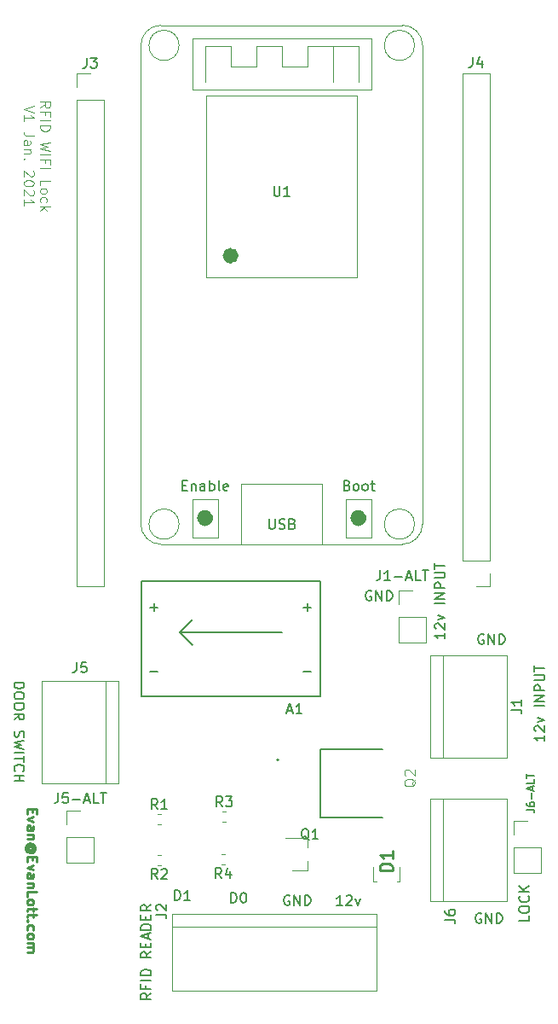
<source format=gbr>
%TF.GenerationSoftware,KiCad,Pcbnew,(5.1.6)-1*%
%TF.CreationDate,2021-01-28T02:18:39-06:00*%
%TF.ProjectId,tool_checkout_cabinet_modules,746f6f6c-5f63-4686-9563-6b6f75745f63,rev?*%
%TF.SameCoordinates,Original*%
%TF.FileFunction,Legend,Top*%
%TF.FilePolarity,Positive*%
%FSLAX46Y46*%
G04 Gerber Fmt 4.6, Leading zero omitted, Abs format (unit mm)*
G04 Created by KiCad (PCBNEW (5.1.6)-1) date 2021-01-28 02:18:39*
%MOMM*%
%LPD*%
G01*
G04 APERTURE LIST*
%ADD10C,0.250000*%
%ADD11C,0.125000*%
%ADD12C,0.150000*%
%ADD13C,0.120000*%
%ADD14C,0.127000*%
%ADD15C,0.200000*%
%ADD16C,1.000000*%
%ADD17C,0.800000*%
%ADD18C,0.100000*%
%ADD19C,0.015000*%
%ADD20C,0.254000*%
G04 APERTURE END LIST*
D10*
X163393428Y-127524761D02*
X163393428Y-127858095D01*
X162869619Y-128000952D02*
X162869619Y-127524761D01*
X163869619Y-127524761D01*
X163869619Y-128000952D01*
X163536285Y-128334285D02*
X162869619Y-128572380D01*
X163536285Y-128810476D01*
X162869619Y-129620000D02*
X163393428Y-129620000D01*
X163488666Y-129572380D01*
X163536285Y-129477142D01*
X163536285Y-129286666D01*
X163488666Y-129191428D01*
X162917238Y-129620000D02*
X162869619Y-129524761D01*
X162869619Y-129286666D01*
X162917238Y-129191428D01*
X163012476Y-129143809D01*
X163107714Y-129143809D01*
X163202952Y-129191428D01*
X163250571Y-129286666D01*
X163250571Y-129524761D01*
X163298190Y-129620000D01*
X163536285Y-130096190D02*
X162869619Y-130096190D01*
X163441047Y-130096190D02*
X163488666Y-130143809D01*
X163536285Y-130239047D01*
X163536285Y-130381904D01*
X163488666Y-130477142D01*
X163393428Y-130524761D01*
X162869619Y-130524761D01*
X163345809Y-131620000D02*
X163393428Y-131572380D01*
X163441047Y-131477142D01*
X163441047Y-131381904D01*
X163393428Y-131286666D01*
X163345809Y-131239047D01*
X163250571Y-131191428D01*
X163155333Y-131191428D01*
X163060095Y-131239047D01*
X163012476Y-131286666D01*
X162964857Y-131381904D01*
X162964857Y-131477142D01*
X163012476Y-131572380D01*
X163060095Y-131620000D01*
X163441047Y-131620000D02*
X163060095Y-131620000D01*
X163012476Y-131667619D01*
X163012476Y-131715238D01*
X163060095Y-131810476D01*
X163155333Y-131858095D01*
X163393428Y-131858095D01*
X163536285Y-131762857D01*
X163631523Y-131620000D01*
X163679142Y-131429523D01*
X163631523Y-131239047D01*
X163536285Y-131096190D01*
X163393428Y-131000952D01*
X163202952Y-130953333D01*
X163012476Y-131000952D01*
X162869619Y-131096190D01*
X162774380Y-131239047D01*
X162726761Y-131429523D01*
X162774380Y-131620000D01*
X162869619Y-131762857D01*
X163393428Y-132286666D02*
X163393428Y-132620000D01*
X162869619Y-132762857D02*
X162869619Y-132286666D01*
X163869619Y-132286666D01*
X163869619Y-132762857D01*
X163536285Y-133096190D02*
X162869619Y-133334285D01*
X163536285Y-133572380D01*
X162869619Y-134381904D02*
X163393428Y-134381904D01*
X163488666Y-134334285D01*
X163536285Y-134239047D01*
X163536285Y-134048571D01*
X163488666Y-133953333D01*
X162917238Y-134381904D02*
X162869619Y-134286666D01*
X162869619Y-134048571D01*
X162917238Y-133953333D01*
X163012476Y-133905714D01*
X163107714Y-133905714D01*
X163202952Y-133953333D01*
X163250571Y-134048571D01*
X163250571Y-134286666D01*
X163298190Y-134381904D01*
X163536285Y-134858095D02*
X162869619Y-134858095D01*
X163441047Y-134858095D02*
X163488666Y-134905714D01*
X163536285Y-135000952D01*
X163536285Y-135143809D01*
X163488666Y-135239047D01*
X163393428Y-135286666D01*
X162869619Y-135286666D01*
X162869619Y-136239047D02*
X162869619Y-135762857D01*
X163869619Y-135762857D01*
X162869619Y-136715238D02*
X162917238Y-136620000D01*
X162964857Y-136572380D01*
X163060095Y-136524761D01*
X163345809Y-136524761D01*
X163441047Y-136572380D01*
X163488666Y-136620000D01*
X163536285Y-136715238D01*
X163536285Y-136858095D01*
X163488666Y-136953333D01*
X163441047Y-137000952D01*
X163345809Y-137048571D01*
X163060095Y-137048571D01*
X162964857Y-137000952D01*
X162917238Y-136953333D01*
X162869619Y-136858095D01*
X162869619Y-136715238D01*
X163536285Y-137334285D02*
X163536285Y-137715238D01*
X163869619Y-137477142D02*
X163012476Y-137477142D01*
X162917238Y-137524761D01*
X162869619Y-137620000D01*
X162869619Y-137715238D01*
X163536285Y-137905714D02*
X163536285Y-138286666D01*
X163869619Y-138048571D02*
X163012476Y-138048571D01*
X162917238Y-138096190D01*
X162869619Y-138191428D01*
X162869619Y-138286666D01*
X162964857Y-138620000D02*
X162917238Y-138667619D01*
X162869619Y-138620000D01*
X162917238Y-138572380D01*
X162964857Y-138620000D01*
X162869619Y-138620000D01*
X162917238Y-139524761D02*
X162869619Y-139429523D01*
X162869619Y-139239047D01*
X162917238Y-139143809D01*
X162964857Y-139096190D01*
X163060095Y-139048571D01*
X163345809Y-139048571D01*
X163441047Y-139096190D01*
X163488666Y-139143809D01*
X163536285Y-139239047D01*
X163536285Y-139429523D01*
X163488666Y-139524761D01*
X162869619Y-140096190D02*
X162917238Y-140000952D01*
X162964857Y-139953333D01*
X163060095Y-139905714D01*
X163345809Y-139905714D01*
X163441047Y-139953333D01*
X163488666Y-140000952D01*
X163536285Y-140096190D01*
X163536285Y-140239047D01*
X163488666Y-140334285D01*
X163441047Y-140381904D01*
X163345809Y-140429523D01*
X163060095Y-140429523D01*
X162964857Y-140381904D01*
X162917238Y-140334285D01*
X162869619Y-140239047D01*
X162869619Y-140096190D01*
X162869619Y-140858095D02*
X163536285Y-140858095D01*
X163441047Y-140858095D02*
X163488666Y-140905714D01*
X163536285Y-141000952D01*
X163536285Y-141143809D01*
X163488666Y-141239047D01*
X163393428Y-141286666D01*
X162869619Y-141286666D01*
X163393428Y-141286666D02*
X163488666Y-141334285D01*
X163536285Y-141429523D01*
X163536285Y-141572380D01*
X163488666Y-141667619D01*
X163393428Y-141715238D01*
X162869619Y-141715238D01*
D11*
X164190119Y-57952285D02*
X164666309Y-57618952D01*
X164190119Y-57380857D02*
X165190119Y-57380857D01*
X165190119Y-57761809D01*
X165142500Y-57857047D01*
X165094880Y-57904666D01*
X164999642Y-57952285D01*
X164856785Y-57952285D01*
X164761547Y-57904666D01*
X164713928Y-57857047D01*
X164666309Y-57761809D01*
X164666309Y-57380857D01*
X164713928Y-58714190D02*
X164713928Y-58380857D01*
X164190119Y-58380857D02*
X165190119Y-58380857D01*
X165190119Y-58857047D01*
X164190119Y-59238000D02*
X165190119Y-59238000D01*
X164190119Y-59714190D02*
X165190119Y-59714190D01*
X165190119Y-59952285D01*
X165142500Y-60095142D01*
X165047261Y-60190380D01*
X164952023Y-60238000D01*
X164761547Y-60285619D01*
X164618690Y-60285619D01*
X164428214Y-60238000D01*
X164332976Y-60190380D01*
X164237738Y-60095142D01*
X164190119Y-59952285D01*
X164190119Y-59714190D01*
X165190119Y-61380857D02*
X164190119Y-61618952D01*
X164904404Y-61809428D01*
X164190119Y-61999904D01*
X165190119Y-62238000D01*
X164190119Y-62618952D02*
X165190119Y-62618952D01*
X164713928Y-63428476D02*
X164713928Y-63095142D01*
X164190119Y-63095142D02*
X165190119Y-63095142D01*
X165190119Y-63571333D01*
X164190119Y-63952285D02*
X165190119Y-63952285D01*
X164190119Y-65666571D02*
X164190119Y-65190380D01*
X165190119Y-65190380D01*
X164190119Y-66142761D02*
X164237738Y-66047523D01*
X164285357Y-65999904D01*
X164380595Y-65952285D01*
X164666309Y-65952285D01*
X164761547Y-65999904D01*
X164809166Y-66047523D01*
X164856785Y-66142761D01*
X164856785Y-66285619D01*
X164809166Y-66380857D01*
X164761547Y-66428476D01*
X164666309Y-66476095D01*
X164380595Y-66476095D01*
X164285357Y-66428476D01*
X164237738Y-66380857D01*
X164190119Y-66285619D01*
X164190119Y-66142761D01*
X164237738Y-67333238D02*
X164190119Y-67238000D01*
X164190119Y-67047523D01*
X164237738Y-66952285D01*
X164285357Y-66904666D01*
X164380595Y-66857047D01*
X164666309Y-66857047D01*
X164761547Y-66904666D01*
X164809166Y-66952285D01*
X164856785Y-67047523D01*
X164856785Y-67238000D01*
X164809166Y-67333238D01*
X164190119Y-67761809D02*
X165190119Y-67761809D01*
X164571071Y-67857047D02*
X164190119Y-68142761D01*
X164856785Y-68142761D02*
X164475833Y-67761809D01*
X163565119Y-57738000D02*
X162565119Y-58071333D01*
X163565119Y-58404666D01*
X162565119Y-59261809D02*
X162565119Y-58690380D01*
X162565119Y-58976095D02*
X163565119Y-58976095D01*
X163422261Y-58880857D01*
X163327023Y-58785619D01*
X163279404Y-58690380D01*
X163565119Y-60738000D02*
X162850833Y-60738000D01*
X162707976Y-60690380D01*
X162612738Y-60595142D01*
X162565119Y-60452285D01*
X162565119Y-60357047D01*
X162565119Y-61642761D02*
X163088928Y-61642761D01*
X163184166Y-61595142D01*
X163231785Y-61499904D01*
X163231785Y-61309428D01*
X163184166Y-61214190D01*
X162612738Y-61642761D02*
X162565119Y-61547523D01*
X162565119Y-61309428D01*
X162612738Y-61214190D01*
X162707976Y-61166571D01*
X162803214Y-61166571D01*
X162898452Y-61214190D01*
X162946071Y-61309428D01*
X162946071Y-61547523D01*
X162993690Y-61642761D01*
X163231785Y-62118952D02*
X162565119Y-62118952D01*
X163136547Y-62118952D02*
X163184166Y-62166571D01*
X163231785Y-62261809D01*
X163231785Y-62404666D01*
X163184166Y-62499904D01*
X163088928Y-62547523D01*
X162565119Y-62547523D01*
X162660357Y-63023714D02*
X162612738Y-63071333D01*
X162565119Y-63023714D01*
X162612738Y-62976095D01*
X162660357Y-63023714D01*
X162565119Y-63023714D01*
X163469880Y-64214190D02*
X163517500Y-64261809D01*
X163565119Y-64357047D01*
X163565119Y-64595142D01*
X163517500Y-64690380D01*
X163469880Y-64738000D01*
X163374642Y-64785619D01*
X163279404Y-64785619D01*
X163136547Y-64738000D01*
X162565119Y-64166571D01*
X162565119Y-64785619D01*
X163565119Y-65404666D02*
X163565119Y-65499904D01*
X163517500Y-65595142D01*
X163469880Y-65642761D01*
X163374642Y-65690380D01*
X163184166Y-65738000D01*
X162946071Y-65738000D01*
X162755595Y-65690380D01*
X162660357Y-65642761D01*
X162612738Y-65595142D01*
X162565119Y-65499904D01*
X162565119Y-65404666D01*
X162612738Y-65309428D01*
X162660357Y-65261809D01*
X162755595Y-65214190D01*
X162946071Y-65166571D01*
X163184166Y-65166571D01*
X163374642Y-65214190D01*
X163469880Y-65261809D01*
X163517500Y-65309428D01*
X163565119Y-65404666D01*
X163469880Y-66118952D02*
X163517500Y-66166571D01*
X163565119Y-66261809D01*
X163565119Y-66499904D01*
X163517500Y-66595142D01*
X163469880Y-66642761D01*
X163374642Y-66690380D01*
X163279404Y-66690380D01*
X163136547Y-66642761D01*
X162565119Y-66071333D01*
X162565119Y-66690380D01*
X162565119Y-67642761D02*
X162565119Y-67071333D01*
X162565119Y-67357047D02*
X163565119Y-67357047D01*
X163422261Y-67261809D01*
X163327023Y-67166571D01*
X163279404Y-67071333D01*
D12*
X197104095Y-105926000D02*
X197008857Y-105878380D01*
X196866000Y-105878380D01*
X196723142Y-105926000D01*
X196627904Y-106021238D01*
X196580285Y-106116476D01*
X196532666Y-106306952D01*
X196532666Y-106449809D01*
X196580285Y-106640285D01*
X196627904Y-106735523D01*
X196723142Y-106830761D01*
X196866000Y-106878380D01*
X196961238Y-106878380D01*
X197104095Y-106830761D01*
X197151714Y-106783142D01*
X197151714Y-106449809D01*
X196961238Y-106449809D01*
X197580285Y-106878380D02*
X197580285Y-105878380D01*
X198151714Y-106878380D01*
X198151714Y-105878380D01*
X198627904Y-106878380D02*
X198627904Y-105878380D01*
X198866000Y-105878380D01*
X199008857Y-105926000D01*
X199104095Y-106021238D01*
X199151714Y-106116476D01*
X199199333Y-106306952D01*
X199199333Y-106449809D01*
X199151714Y-106640285D01*
X199104095Y-106735523D01*
X199008857Y-106830761D01*
X198866000Y-106878380D01*
X198627904Y-106878380D01*
X204414380Y-110053047D02*
X204414380Y-110624476D01*
X204414380Y-110338761D02*
X203414380Y-110338761D01*
X203557238Y-110434000D01*
X203652476Y-110529238D01*
X203700095Y-110624476D01*
X203509619Y-109672095D02*
X203462000Y-109624476D01*
X203414380Y-109529238D01*
X203414380Y-109291142D01*
X203462000Y-109195904D01*
X203509619Y-109148285D01*
X203604857Y-109100666D01*
X203700095Y-109100666D01*
X203842952Y-109148285D01*
X204414380Y-109719714D01*
X204414380Y-109100666D01*
X203747714Y-108767333D02*
X204414380Y-108529238D01*
X203747714Y-108291142D01*
X204414380Y-107148285D02*
X203414380Y-107148285D01*
X204414380Y-106672095D02*
X203414380Y-106672095D01*
X204414380Y-106100666D01*
X203414380Y-106100666D01*
X204414380Y-105624476D02*
X203414380Y-105624476D01*
X203414380Y-105243523D01*
X203462000Y-105148285D01*
X203509619Y-105100666D01*
X203604857Y-105053047D01*
X203747714Y-105053047D01*
X203842952Y-105100666D01*
X203890571Y-105148285D01*
X203938190Y-105243523D01*
X203938190Y-105624476D01*
X203414380Y-104624476D02*
X204223904Y-104624476D01*
X204319142Y-104576857D01*
X204366761Y-104529238D01*
X204414380Y-104434000D01*
X204414380Y-104243523D01*
X204366761Y-104148285D01*
X204319142Y-104100666D01*
X204223904Y-104053047D01*
X203414380Y-104053047D01*
X203414380Y-103719714D02*
X203414380Y-103148285D01*
X204414380Y-103434000D02*
X203414380Y-103434000D01*
X208026095Y-137930000D02*
X207930857Y-137882380D01*
X207788000Y-137882380D01*
X207645142Y-137930000D01*
X207549904Y-138025238D01*
X207502285Y-138120476D01*
X207454666Y-138310952D01*
X207454666Y-138453809D01*
X207502285Y-138644285D01*
X207549904Y-138739523D01*
X207645142Y-138834761D01*
X207788000Y-138882380D01*
X207883238Y-138882380D01*
X208026095Y-138834761D01*
X208073714Y-138787142D01*
X208073714Y-138453809D01*
X207883238Y-138453809D01*
X208502285Y-138882380D02*
X208502285Y-137882380D01*
X209073714Y-138882380D01*
X209073714Y-137882380D01*
X209549904Y-138882380D02*
X209549904Y-137882380D01*
X209788000Y-137882380D01*
X209930857Y-137930000D01*
X210026095Y-138025238D01*
X210073714Y-138120476D01*
X210121333Y-138310952D01*
X210121333Y-138453809D01*
X210073714Y-138644285D01*
X210026095Y-138739523D01*
X209930857Y-138834761D01*
X209788000Y-138882380D01*
X209549904Y-138882380D01*
X212796380Y-138120285D02*
X212796380Y-138596476D01*
X211796380Y-138596476D01*
X211796380Y-137596476D02*
X211796380Y-137406000D01*
X211844000Y-137310761D01*
X211939238Y-137215523D01*
X212129714Y-137167904D01*
X212463047Y-137167904D01*
X212653523Y-137215523D01*
X212748761Y-137310761D01*
X212796380Y-137406000D01*
X212796380Y-137596476D01*
X212748761Y-137691714D01*
X212653523Y-137786952D01*
X212463047Y-137834571D01*
X212129714Y-137834571D01*
X211939238Y-137786952D01*
X211844000Y-137691714D01*
X211796380Y-137596476D01*
X212701142Y-136167904D02*
X212748761Y-136215523D01*
X212796380Y-136358380D01*
X212796380Y-136453619D01*
X212748761Y-136596476D01*
X212653523Y-136691714D01*
X212558285Y-136739333D01*
X212367809Y-136786952D01*
X212224952Y-136786952D01*
X212034476Y-136739333D01*
X211939238Y-136691714D01*
X211844000Y-136596476D01*
X211796380Y-136453619D01*
X211796380Y-136358380D01*
X211844000Y-136215523D01*
X211891619Y-136167904D01*
X212796380Y-135739333D02*
X211796380Y-135739333D01*
X212796380Y-135167904D02*
X212224952Y-135596476D01*
X211796380Y-135167904D02*
X212367809Y-135739333D01*
X214320380Y-120213047D02*
X214320380Y-120784476D01*
X214320380Y-120498761D02*
X213320380Y-120498761D01*
X213463238Y-120594000D01*
X213558476Y-120689238D01*
X213606095Y-120784476D01*
X213415619Y-119832095D02*
X213368000Y-119784476D01*
X213320380Y-119689238D01*
X213320380Y-119451142D01*
X213368000Y-119355904D01*
X213415619Y-119308285D01*
X213510857Y-119260666D01*
X213606095Y-119260666D01*
X213748952Y-119308285D01*
X214320380Y-119879714D01*
X214320380Y-119260666D01*
X213653714Y-118927333D02*
X214320380Y-118689238D01*
X213653714Y-118451142D01*
X214320380Y-117308285D02*
X213320380Y-117308285D01*
X214320380Y-116832095D02*
X213320380Y-116832095D01*
X214320380Y-116260666D01*
X213320380Y-116260666D01*
X214320380Y-115784476D02*
X213320380Y-115784476D01*
X213320380Y-115403523D01*
X213368000Y-115308285D01*
X213415619Y-115260666D01*
X213510857Y-115213047D01*
X213653714Y-115213047D01*
X213748952Y-115260666D01*
X213796571Y-115308285D01*
X213844190Y-115403523D01*
X213844190Y-115784476D01*
X213320380Y-114784476D02*
X214129904Y-114784476D01*
X214225142Y-114736857D01*
X214272761Y-114689238D01*
X214320380Y-114594000D01*
X214320380Y-114403523D01*
X214272761Y-114308285D01*
X214225142Y-114260666D01*
X214129904Y-114213047D01*
X213320380Y-114213047D01*
X213320380Y-113879714D02*
X213320380Y-113308285D01*
X214320380Y-113594000D02*
X213320380Y-113594000D01*
X161599619Y-115007047D02*
X162599619Y-115007047D01*
X162599619Y-115245142D01*
X162552000Y-115388000D01*
X162456761Y-115483238D01*
X162361523Y-115530857D01*
X162171047Y-115578476D01*
X162028190Y-115578476D01*
X161837714Y-115530857D01*
X161742476Y-115483238D01*
X161647238Y-115388000D01*
X161599619Y-115245142D01*
X161599619Y-115007047D01*
X162599619Y-116197523D02*
X162599619Y-116388000D01*
X162552000Y-116483238D01*
X162456761Y-116578476D01*
X162266285Y-116626095D01*
X161932952Y-116626095D01*
X161742476Y-116578476D01*
X161647238Y-116483238D01*
X161599619Y-116388000D01*
X161599619Y-116197523D01*
X161647238Y-116102285D01*
X161742476Y-116007047D01*
X161932952Y-115959428D01*
X162266285Y-115959428D01*
X162456761Y-116007047D01*
X162552000Y-116102285D01*
X162599619Y-116197523D01*
X162599619Y-117245142D02*
X162599619Y-117435619D01*
X162552000Y-117530857D01*
X162456761Y-117626095D01*
X162266285Y-117673714D01*
X161932952Y-117673714D01*
X161742476Y-117626095D01*
X161647238Y-117530857D01*
X161599619Y-117435619D01*
X161599619Y-117245142D01*
X161647238Y-117149904D01*
X161742476Y-117054666D01*
X161932952Y-117007047D01*
X162266285Y-117007047D01*
X162456761Y-117054666D01*
X162552000Y-117149904D01*
X162599619Y-117245142D01*
X161599619Y-118673714D02*
X162075809Y-118340380D01*
X161599619Y-118102285D02*
X162599619Y-118102285D01*
X162599619Y-118483238D01*
X162552000Y-118578476D01*
X162504380Y-118626095D01*
X162409142Y-118673714D01*
X162266285Y-118673714D01*
X162171047Y-118626095D01*
X162123428Y-118578476D01*
X162075809Y-118483238D01*
X162075809Y-118102285D01*
X161647238Y-119816571D02*
X161599619Y-119959428D01*
X161599619Y-120197523D01*
X161647238Y-120292761D01*
X161694857Y-120340380D01*
X161790095Y-120388000D01*
X161885333Y-120388000D01*
X161980571Y-120340380D01*
X162028190Y-120292761D01*
X162075809Y-120197523D01*
X162123428Y-120007047D01*
X162171047Y-119911809D01*
X162218666Y-119864190D01*
X162313904Y-119816571D01*
X162409142Y-119816571D01*
X162504380Y-119864190D01*
X162552000Y-119911809D01*
X162599619Y-120007047D01*
X162599619Y-120245142D01*
X162552000Y-120388000D01*
X162599619Y-120721333D02*
X161599619Y-120959428D01*
X162313904Y-121149904D01*
X161599619Y-121340380D01*
X162599619Y-121578476D01*
X161599619Y-121959428D02*
X162599619Y-121959428D01*
X162599619Y-122292761D02*
X162599619Y-122864190D01*
X161599619Y-122578476D02*
X162599619Y-122578476D01*
X161694857Y-123768952D02*
X161647238Y-123721333D01*
X161599619Y-123578476D01*
X161599619Y-123483238D01*
X161647238Y-123340380D01*
X161742476Y-123245142D01*
X161837714Y-123197523D01*
X162028190Y-123149904D01*
X162171047Y-123149904D01*
X162361523Y-123197523D01*
X162456761Y-123245142D01*
X162552000Y-123340380D01*
X162599619Y-123483238D01*
X162599619Y-123578476D01*
X162552000Y-123721333D01*
X162504380Y-123768952D01*
X161599619Y-124197523D02*
X162599619Y-124197523D01*
X162123428Y-124197523D02*
X162123428Y-124768952D01*
X161599619Y-124768952D02*
X162599619Y-124768952D01*
X175204380Y-145803428D02*
X174728190Y-146136761D01*
X175204380Y-146374857D02*
X174204380Y-146374857D01*
X174204380Y-145993904D01*
X174252000Y-145898666D01*
X174299619Y-145851047D01*
X174394857Y-145803428D01*
X174537714Y-145803428D01*
X174632952Y-145851047D01*
X174680571Y-145898666D01*
X174728190Y-145993904D01*
X174728190Y-146374857D01*
X174680571Y-145041523D02*
X174680571Y-145374857D01*
X175204380Y-145374857D02*
X174204380Y-145374857D01*
X174204380Y-144898666D01*
X175204380Y-144517714D02*
X174204380Y-144517714D01*
X175204380Y-144041523D02*
X174204380Y-144041523D01*
X174204380Y-143803428D01*
X174252000Y-143660571D01*
X174347238Y-143565333D01*
X174442476Y-143517714D01*
X174632952Y-143470095D01*
X174775809Y-143470095D01*
X174966285Y-143517714D01*
X175061523Y-143565333D01*
X175156761Y-143660571D01*
X175204380Y-143803428D01*
X175204380Y-144041523D01*
X175204380Y-141708190D02*
X174728190Y-142041523D01*
X175204380Y-142279619D02*
X174204380Y-142279619D01*
X174204380Y-141898666D01*
X174252000Y-141803428D01*
X174299619Y-141755809D01*
X174394857Y-141708190D01*
X174537714Y-141708190D01*
X174632952Y-141755809D01*
X174680571Y-141803428D01*
X174728190Y-141898666D01*
X174728190Y-142279619D01*
X174680571Y-141279619D02*
X174680571Y-140946285D01*
X175204380Y-140803428D02*
X175204380Y-141279619D01*
X174204380Y-141279619D01*
X174204380Y-140803428D01*
X174918666Y-140422476D02*
X174918666Y-139946285D01*
X175204380Y-140517714D02*
X174204380Y-140184380D01*
X175204380Y-139851047D01*
X175204380Y-139517714D02*
X174204380Y-139517714D01*
X174204380Y-139279619D01*
X174252000Y-139136761D01*
X174347238Y-139041523D01*
X174442476Y-138993904D01*
X174632952Y-138946285D01*
X174775809Y-138946285D01*
X174966285Y-138993904D01*
X175061523Y-139041523D01*
X175156761Y-139136761D01*
X175204380Y-139279619D01*
X175204380Y-139517714D01*
X174680571Y-138517714D02*
X174680571Y-138184380D01*
X175204380Y-138041523D02*
X175204380Y-138517714D01*
X174204380Y-138517714D01*
X174204380Y-138041523D01*
X175204380Y-137041523D02*
X174728190Y-137374857D01*
X175204380Y-137612952D02*
X174204380Y-137612952D01*
X174204380Y-137232000D01*
X174252000Y-137136761D01*
X174299619Y-137089142D01*
X174394857Y-137041523D01*
X174537714Y-137041523D01*
X174632952Y-137089142D01*
X174680571Y-137136761D01*
X174728190Y-137232000D01*
X174728190Y-137612952D01*
X177569904Y-136596380D02*
X177569904Y-135596380D01*
X177808000Y-135596380D01*
X177950857Y-135644000D01*
X178046095Y-135739238D01*
X178093714Y-135834476D01*
X178141333Y-136024952D01*
X178141333Y-136167809D01*
X178093714Y-136358285D01*
X178046095Y-136453523D01*
X177950857Y-136548761D01*
X177808000Y-136596380D01*
X177569904Y-136596380D01*
X179093714Y-136596380D02*
X178522285Y-136596380D01*
X178808000Y-136596380D02*
X178808000Y-135596380D01*
X178712761Y-135739238D01*
X178617523Y-135834476D01*
X178522285Y-135882095D01*
X183157904Y-136850380D02*
X183157904Y-135850380D01*
X183396000Y-135850380D01*
X183538857Y-135898000D01*
X183634095Y-135993238D01*
X183681714Y-136088476D01*
X183729333Y-136278952D01*
X183729333Y-136421809D01*
X183681714Y-136612285D01*
X183634095Y-136707523D01*
X183538857Y-136802761D01*
X183396000Y-136850380D01*
X183157904Y-136850380D01*
X184348380Y-135850380D02*
X184443619Y-135850380D01*
X184538857Y-135898000D01*
X184586476Y-135945619D01*
X184634095Y-136040857D01*
X184681714Y-136231333D01*
X184681714Y-136469428D01*
X184634095Y-136659904D01*
X184586476Y-136755142D01*
X184538857Y-136802761D01*
X184443619Y-136850380D01*
X184348380Y-136850380D01*
X184253142Y-136802761D01*
X184205523Y-136755142D01*
X184157904Y-136659904D01*
X184110285Y-136469428D01*
X184110285Y-136231333D01*
X184157904Y-136040857D01*
X184205523Y-135945619D01*
X184253142Y-135898000D01*
X184348380Y-135850380D01*
X194246571Y-137104380D02*
X193675142Y-137104380D01*
X193960857Y-137104380D02*
X193960857Y-136104380D01*
X193865619Y-136247238D01*
X193770380Y-136342476D01*
X193675142Y-136390095D01*
X194627523Y-136199619D02*
X194675142Y-136152000D01*
X194770380Y-136104380D01*
X195008476Y-136104380D01*
X195103714Y-136152000D01*
X195151333Y-136199619D01*
X195198952Y-136294857D01*
X195198952Y-136390095D01*
X195151333Y-136532952D01*
X194579904Y-137104380D01*
X195198952Y-137104380D01*
X195532285Y-136437714D02*
X195770380Y-137104380D01*
X196008476Y-136437714D01*
X188976095Y-136152000D02*
X188880857Y-136104380D01*
X188738000Y-136104380D01*
X188595142Y-136152000D01*
X188499904Y-136247238D01*
X188452285Y-136342476D01*
X188404666Y-136532952D01*
X188404666Y-136675809D01*
X188452285Y-136866285D01*
X188499904Y-136961523D01*
X188595142Y-137056761D01*
X188738000Y-137104380D01*
X188833238Y-137104380D01*
X188976095Y-137056761D01*
X189023714Y-137009142D01*
X189023714Y-136675809D01*
X188833238Y-136675809D01*
X189452285Y-137104380D02*
X189452285Y-136104380D01*
X190023714Y-137104380D01*
X190023714Y-136104380D01*
X190499904Y-137104380D02*
X190499904Y-136104380D01*
X190738000Y-136104380D01*
X190880857Y-136152000D01*
X190976095Y-136247238D01*
X191023714Y-136342476D01*
X191071333Y-136532952D01*
X191071333Y-136675809D01*
X191023714Y-136866285D01*
X190976095Y-136961523D01*
X190880857Y-137056761D01*
X190738000Y-137104380D01*
X190499904Y-137104380D01*
X208280095Y-110244000D02*
X208184857Y-110196380D01*
X208042000Y-110196380D01*
X207899142Y-110244000D01*
X207803904Y-110339238D01*
X207756285Y-110434476D01*
X207708666Y-110624952D01*
X207708666Y-110767809D01*
X207756285Y-110958285D01*
X207803904Y-111053523D01*
X207899142Y-111148761D01*
X208042000Y-111196380D01*
X208137238Y-111196380D01*
X208280095Y-111148761D01*
X208327714Y-111101142D01*
X208327714Y-110767809D01*
X208137238Y-110767809D01*
X208756285Y-111196380D02*
X208756285Y-110196380D01*
X209327714Y-111196380D01*
X209327714Y-110196380D01*
X209803904Y-111196380D02*
X209803904Y-110196380D01*
X210042000Y-110196380D01*
X210184857Y-110244000D01*
X210280095Y-110339238D01*
X210327714Y-110434476D01*
X210375333Y-110624952D01*
X210375333Y-110767809D01*
X210327714Y-110958285D01*
X210280095Y-111053523D01*
X210184857Y-111148761D01*
X210042000Y-111196380D01*
X209803904Y-111196380D01*
D13*
%TO.C,J6-ALT*%
X211268000Y-133918000D02*
X213928000Y-133918000D01*
X211268000Y-131318000D02*
X211268000Y-133918000D01*
X213928000Y-131318000D02*
X213928000Y-133918000D01*
X211268000Y-131318000D02*
X213928000Y-131318000D01*
X211268000Y-130048000D02*
X211268000Y-128718000D01*
X211268000Y-128718000D02*
X212598000Y-128718000D01*
%TO.C,J1-ALT*%
X199838000Y-111058000D02*
X202498000Y-111058000D01*
X199838000Y-108458000D02*
X199838000Y-111058000D01*
X202498000Y-108458000D02*
X202498000Y-111058000D01*
X199838000Y-108458000D02*
X202498000Y-108458000D01*
X199838000Y-107188000D02*
X199838000Y-105858000D01*
X199838000Y-105858000D02*
X201168000Y-105858000D01*
%TO.C,J5-ALT*%
X166818000Y-132902000D02*
X169478000Y-132902000D01*
X166818000Y-130302000D02*
X166818000Y-132902000D01*
X169478000Y-130302000D02*
X169478000Y-132902000D01*
X166818000Y-130302000D02*
X169478000Y-130302000D01*
X166818000Y-129032000D02*
X166818000Y-127702000D01*
X166818000Y-127702000D02*
X168148000Y-127702000D01*
D14*
%TO.C,Q2*%
X192012000Y-128368000D02*
X192012000Y-121568000D01*
X198232000Y-128368000D02*
X192012000Y-128368000D01*
X198232000Y-121568000D02*
X192012000Y-121568000D01*
D15*
X187895000Y-122682000D02*
G75*
G03*
X187895000Y-122682000I-100000J0D01*
G01*
D12*
%TO.C,A1*%
X192024000Y-116332000D02*
X192024000Y-104902000D01*
X192024000Y-104902000D02*
X174244000Y-104902000D01*
X174244000Y-104902000D02*
X174244000Y-116332000D01*
X174244000Y-116332000D02*
X192024000Y-116332000D01*
X188214000Y-109982000D02*
X178054000Y-109982000D01*
X179324000Y-111252000D02*
X178054000Y-109982000D01*
X178054000Y-109982000D02*
X179324000Y-108712000D01*
D16*
%TO.C,U1*%
X196118000Y-98665000D02*
G75*
G03*
X196118000Y-98665000I-300000J0D01*
G01*
X180878000Y-98665000D02*
G75*
G03*
X180878000Y-98665000I-300000J0D01*
G01*
D13*
X181848000Y-96760000D02*
X181848000Y-100570000D01*
X179308000Y-96760000D02*
X181848000Y-96760000D01*
X179308000Y-100570000D02*
X179308000Y-96760000D01*
X181848000Y-100570000D02*
X179308000Y-100570000D01*
X194548000Y-100570000D02*
X194548000Y-96760000D01*
X197088000Y-100570000D02*
X194548000Y-100570000D01*
X197088000Y-96760000D02*
X197088000Y-100570000D01*
X194548000Y-96760000D02*
X197088000Y-96760000D01*
D17*
X183518000Y-72630000D02*
G75*
G03*
X183518000Y-72630000I-400000J0D01*
G01*
D13*
X180698000Y-74770000D02*
X180698000Y-56770000D01*
X195698000Y-74770000D02*
X180698000Y-74770000D01*
X195698000Y-56770000D02*
X195698000Y-74770000D01*
X180698000Y-56770000D02*
X195698000Y-56770000D01*
X193278000Y-51802000D02*
X193278000Y-55358000D01*
X195818000Y-51802000D02*
X195818000Y-55358000D01*
X190738000Y-51802000D02*
X195818000Y-51802000D01*
X190738000Y-53834000D02*
X190738000Y-51802000D01*
X188198000Y-53834000D02*
X190738000Y-53834000D01*
X188198000Y-51802000D02*
X188198000Y-53834000D01*
X185658000Y-51802000D02*
X188198000Y-51802000D01*
X185658000Y-53834000D02*
X185658000Y-51802000D01*
X183118000Y-53834000D02*
X185658000Y-53834000D01*
X183118000Y-51802000D02*
X183118000Y-53834000D01*
X180578000Y-51802000D02*
X183118000Y-51802000D01*
X180578000Y-55358000D02*
X180578000Y-51802000D01*
X179308000Y-56120000D02*
X179308000Y-51040000D01*
X197088000Y-56120000D02*
X179308000Y-56120000D01*
X197088000Y-51040000D02*
X197088000Y-56120000D01*
X179308000Y-51040000D02*
X197088000Y-51040000D01*
X184198000Y-95270000D02*
X192198000Y-95270000D01*
X192198000Y-95270000D02*
X192198000Y-101270000D01*
X184198000Y-95270000D02*
X184198000Y-101270000D01*
X201398000Y-99270000D02*
G75*
G03*
X201398000Y-99270000I-1500000J0D01*
G01*
X177998000Y-99270000D02*
G75*
G03*
X177998000Y-99270000I-1500000J0D01*
G01*
X176198000Y-49770000D02*
X200198000Y-49770000D01*
X176198000Y-101270000D02*
X200198000Y-101270000D01*
X174198000Y-51770000D02*
X174198000Y-99270000D01*
X202198000Y-99270000D02*
X202198000Y-51770000D01*
X201398000Y-51770000D02*
G75*
G03*
X201398000Y-51770000I-1500000J0D01*
G01*
X177998000Y-51770000D02*
G75*
G03*
X177998000Y-51770000I-1500000J0D01*
G01*
X202198000Y-99270000D02*
G75*
G02*
X200198000Y-101270000I-2000000J0D01*
G01*
X176198000Y-101270000D02*
G75*
G02*
X174198000Y-99270000I0J2000000D01*
G01*
X174198000Y-51770000D02*
G75*
G02*
X176198000Y-49770000I2000000J0D01*
G01*
X200198000Y-49770000D02*
G75*
G02*
X202198000Y-51770000I0J-2000000D01*
G01*
D18*
%TO.C,D1*%
X197328000Y-134713000D02*
X197328000Y-133313000D01*
X197628000Y-134713000D02*
X197328000Y-134713000D01*
X199928000Y-134713000D02*
X199628000Y-134713000D01*
X199928000Y-133313000D02*
X199928000Y-134713000D01*
D13*
%TO.C,J1*%
X202946000Y-112268000D02*
X202946000Y-122428000D01*
X210566000Y-112268000D02*
X202946000Y-112268000D01*
X210566000Y-122428000D02*
X210566000Y-112268000D01*
X202946000Y-122428000D02*
X210566000Y-122428000D01*
X204216000Y-122428000D02*
X204216000Y-112268000D01*
%TO.C,J2*%
X197612000Y-137922000D02*
X177292000Y-137922000D01*
X197612000Y-145542000D02*
X177292000Y-145542000D01*
X177292000Y-139192000D02*
X197612000Y-139192000D01*
X177292000Y-137922000D02*
X177292000Y-145542000D01*
X197612000Y-145542000D02*
X197612000Y-137922000D01*
%TO.C,J3*%
X167834000Y-54550000D02*
X169164000Y-54550000D01*
X167834000Y-55880000D02*
X167834000Y-54550000D01*
X167834000Y-57150000D02*
X170494000Y-57150000D01*
X170494000Y-57150000D02*
X170494000Y-105470000D01*
X167834000Y-57150000D02*
X167834000Y-105470000D01*
X167834000Y-105470000D02*
X170494000Y-105470000D01*
%TO.C,J4*%
X208848000Y-105470000D02*
X207518000Y-105470000D01*
X208848000Y-104140000D02*
X208848000Y-105470000D01*
X208848000Y-102870000D02*
X206188000Y-102870000D01*
X206188000Y-102870000D02*
X206188000Y-54550000D01*
X208848000Y-102870000D02*
X208848000Y-54550000D01*
X208848000Y-54550000D02*
X206188000Y-54550000D01*
%TO.C,J5*%
X171958000Y-124968000D02*
X171958000Y-114808000D01*
X164338000Y-124968000D02*
X171958000Y-124968000D01*
X164338000Y-114808000D02*
X164338000Y-124968000D01*
X171958000Y-114808000D02*
X164338000Y-114808000D01*
X170688000Y-114808000D02*
X170688000Y-124968000D01*
%TO.C,J6*%
X202946000Y-126492000D02*
X202946000Y-136652000D01*
X210566000Y-126492000D02*
X202946000Y-126492000D01*
X210566000Y-136652000D02*
X210566000Y-126492000D01*
X202946000Y-136652000D02*
X210566000Y-136652000D01*
X204216000Y-136652000D02*
X204216000Y-126492000D01*
%TO.C,Q1*%
X190736000Y-133594000D02*
X189276000Y-133594000D01*
X190736000Y-130434000D02*
X188576000Y-130434000D01*
X190736000Y-130434000D02*
X190736000Y-131364000D01*
X190736000Y-133594000D02*
X190736000Y-132664000D01*
%TO.C,R1*%
X175850733Y-129034000D02*
X176193267Y-129034000D01*
X175850733Y-128014000D02*
X176193267Y-128014000D01*
%TO.C,R2*%
X176193267Y-133098000D02*
X175850733Y-133098000D01*
X176193267Y-132078000D02*
X175850733Y-132078000D01*
%TO.C,R3*%
X182313733Y-128780000D02*
X182656267Y-128780000D01*
X182313733Y-127760000D02*
X182656267Y-127760000D01*
%TO.C,R4*%
X182558267Y-132014000D02*
X182215733Y-132014000D01*
X182558267Y-133034000D02*
X182215733Y-133034000D01*
%TD*%
%TO.C,J6-ALT*%
D12*
X212568285Y-127609000D02*
X213104000Y-127609000D01*
X213211142Y-127644714D01*
X213282571Y-127716142D01*
X213318285Y-127823285D01*
X213318285Y-127894714D01*
X212568285Y-126930428D02*
X212568285Y-127073285D01*
X212604000Y-127144714D01*
X212639714Y-127180428D01*
X212746857Y-127251857D01*
X212889714Y-127287571D01*
X213175428Y-127287571D01*
X213246857Y-127251857D01*
X213282571Y-127216142D01*
X213318285Y-127144714D01*
X213318285Y-127001857D01*
X213282571Y-126930428D01*
X213246857Y-126894714D01*
X213175428Y-126859000D01*
X212996857Y-126859000D01*
X212925428Y-126894714D01*
X212889714Y-126930428D01*
X212854000Y-127001857D01*
X212854000Y-127144714D01*
X212889714Y-127216142D01*
X212925428Y-127251857D01*
X212996857Y-127287571D01*
X213032571Y-126537571D02*
X213032571Y-125966142D01*
X213104000Y-125644714D02*
X213104000Y-125287571D01*
X213318285Y-125716142D02*
X212568285Y-125466142D01*
X213318285Y-125216142D01*
X213318285Y-124609000D02*
X213318285Y-124966142D01*
X212568285Y-124966142D01*
X212568285Y-124466142D02*
X212568285Y-124037571D01*
X213318285Y-124251857D02*
X212568285Y-124251857D01*
%TO.C,J1-ALT*%
X197985333Y-103846380D02*
X197985333Y-104560666D01*
X197937714Y-104703523D01*
X197842476Y-104798761D01*
X197699619Y-104846380D01*
X197604380Y-104846380D01*
X198985333Y-104846380D02*
X198413904Y-104846380D01*
X198699619Y-104846380D02*
X198699619Y-103846380D01*
X198604380Y-103989238D01*
X198509142Y-104084476D01*
X198413904Y-104132095D01*
X199413904Y-104465428D02*
X200175809Y-104465428D01*
X200604380Y-104560666D02*
X201080571Y-104560666D01*
X200509142Y-104846380D02*
X200842476Y-103846380D01*
X201175809Y-104846380D01*
X201985333Y-104846380D02*
X201509142Y-104846380D01*
X201509142Y-103846380D01*
X202175809Y-103846380D02*
X202747238Y-103846380D01*
X202461523Y-104846380D02*
X202461523Y-103846380D01*
%TO.C,J5-ALT*%
X165981333Y-125944380D02*
X165981333Y-126658666D01*
X165933714Y-126801523D01*
X165838476Y-126896761D01*
X165695619Y-126944380D01*
X165600380Y-126944380D01*
X166933714Y-125944380D02*
X166457523Y-125944380D01*
X166409904Y-126420571D01*
X166457523Y-126372952D01*
X166552761Y-126325333D01*
X166790857Y-126325333D01*
X166886095Y-126372952D01*
X166933714Y-126420571D01*
X166981333Y-126515809D01*
X166981333Y-126753904D01*
X166933714Y-126849142D01*
X166886095Y-126896761D01*
X166790857Y-126944380D01*
X166552761Y-126944380D01*
X166457523Y-126896761D01*
X166409904Y-126849142D01*
X167409904Y-126563428D02*
X168171809Y-126563428D01*
X168600380Y-126658666D02*
X169076571Y-126658666D01*
X168505142Y-126944380D02*
X168838476Y-125944380D01*
X169171809Y-126944380D01*
X169981333Y-126944380D02*
X169505142Y-126944380D01*
X169505142Y-125944380D01*
X170171809Y-125944380D02*
X170743238Y-125944380D01*
X170457523Y-126944380D02*
X170457523Y-125944380D01*
%TO.C,Q2*%
D19*
X201498228Y-124537457D02*
X201450522Y-124632870D01*
X201355109Y-124728283D01*
X201211990Y-124871402D01*
X201164283Y-124966815D01*
X201164283Y-125062228D01*
X201402816Y-125014522D02*
X201355109Y-125109935D01*
X201259696Y-125205347D01*
X201068871Y-125253054D01*
X200734926Y-125253054D01*
X200544100Y-125205347D01*
X200448687Y-125109935D01*
X200400981Y-125014522D01*
X200400981Y-124823696D01*
X200448687Y-124728283D01*
X200544100Y-124632870D01*
X200734926Y-124585164D01*
X201068871Y-124585164D01*
X201259696Y-124632870D01*
X201355109Y-124728283D01*
X201402816Y-124823696D01*
X201402816Y-125014522D01*
X200496393Y-124203512D02*
X200448687Y-124155806D01*
X200400981Y-124060393D01*
X200400981Y-123821861D01*
X200448687Y-123726448D01*
X200496393Y-123678742D01*
X200591806Y-123631035D01*
X200687219Y-123631035D01*
X200830338Y-123678742D01*
X201402816Y-124251219D01*
X201402816Y-123631035D01*
%TO.C,A1*%
D12*
X188769714Y-117768666D02*
X189245904Y-117768666D01*
X188674476Y-118054380D02*
X189007809Y-117054380D01*
X189341142Y-118054380D01*
X190198285Y-118054380D02*
X189626857Y-118054380D01*
X189912571Y-118054380D02*
X189912571Y-117054380D01*
X189817333Y-117197238D01*
X189722095Y-117292476D01*
X189626857Y-117340095D01*
X190373047Y-113863428D02*
X191134952Y-113863428D01*
X190373047Y-107513428D02*
X191134952Y-107513428D01*
X190754000Y-107894380D02*
X190754000Y-107132476D01*
X175133047Y-113863428D02*
X175894952Y-113863428D01*
X175133047Y-107513428D02*
X175894952Y-107513428D01*
X175514000Y-107894380D02*
X175514000Y-107132476D01*
%TO.C,U1*%
X187436095Y-65732380D02*
X187436095Y-66541904D01*
X187483714Y-66637142D01*
X187531333Y-66684761D01*
X187626571Y-66732380D01*
X187817047Y-66732380D01*
X187912285Y-66684761D01*
X187959904Y-66637142D01*
X188007523Y-66541904D01*
X188007523Y-65732380D01*
X189007523Y-66732380D02*
X188436095Y-66732380D01*
X188721809Y-66732380D02*
X188721809Y-65732380D01*
X188626571Y-65875238D01*
X188531333Y-65970476D01*
X188436095Y-66018095D01*
X178316095Y-95418571D02*
X178649428Y-95418571D01*
X178792285Y-95942380D02*
X178316095Y-95942380D01*
X178316095Y-94942380D01*
X178792285Y-94942380D01*
X179220857Y-95275714D02*
X179220857Y-95942380D01*
X179220857Y-95370952D02*
X179268476Y-95323333D01*
X179363714Y-95275714D01*
X179506571Y-95275714D01*
X179601809Y-95323333D01*
X179649428Y-95418571D01*
X179649428Y-95942380D01*
X180554190Y-95942380D02*
X180554190Y-95418571D01*
X180506571Y-95323333D01*
X180411333Y-95275714D01*
X180220857Y-95275714D01*
X180125619Y-95323333D01*
X180554190Y-95894761D02*
X180458952Y-95942380D01*
X180220857Y-95942380D01*
X180125619Y-95894761D01*
X180078000Y-95799523D01*
X180078000Y-95704285D01*
X180125619Y-95609047D01*
X180220857Y-95561428D01*
X180458952Y-95561428D01*
X180554190Y-95513809D01*
X181030380Y-95942380D02*
X181030380Y-94942380D01*
X181030380Y-95323333D02*
X181125619Y-95275714D01*
X181316095Y-95275714D01*
X181411333Y-95323333D01*
X181458952Y-95370952D01*
X181506571Y-95466190D01*
X181506571Y-95751904D01*
X181458952Y-95847142D01*
X181411333Y-95894761D01*
X181316095Y-95942380D01*
X181125619Y-95942380D01*
X181030380Y-95894761D01*
X182078000Y-95942380D02*
X181982761Y-95894761D01*
X181935142Y-95799523D01*
X181935142Y-94942380D01*
X182839904Y-95894761D02*
X182744666Y-95942380D01*
X182554190Y-95942380D01*
X182458952Y-95894761D01*
X182411333Y-95799523D01*
X182411333Y-95418571D01*
X182458952Y-95323333D01*
X182554190Y-95275714D01*
X182744666Y-95275714D01*
X182839904Y-95323333D01*
X182887523Y-95418571D01*
X182887523Y-95513809D01*
X182411333Y-95609047D01*
X194698952Y-95418571D02*
X194841809Y-95466190D01*
X194889428Y-95513809D01*
X194937047Y-95609047D01*
X194937047Y-95751904D01*
X194889428Y-95847142D01*
X194841809Y-95894761D01*
X194746571Y-95942380D01*
X194365619Y-95942380D01*
X194365619Y-94942380D01*
X194698952Y-94942380D01*
X194794190Y-94990000D01*
X194841809Y-95037619D01*
X194889428Y-95132857D01*
X194889428Y-95228095D01*
X194841809Y-95323333D01*
X194794190Y-95370952D01*
X194698952Y-95418571D01*
X194365619Y-95418571D01*
X195508476Y-95942380D02*
X195413238Y-95894761D01*
X195365619Y-95847142D01*
X195318000Y-95751904D01*
X195318000Y-95466190D01*
X195365619Y-95370952D01*
X195413238Y-95323333D01*
X195508476Y-95275714D01*
X195651333Y-95275714D01*
X195746571Y-95323333D01*
X195794190Y-95370952D01*
X195841809Y-95466190D01*
X195841809Y-95751904D01*
X195794190Y-95847142D01*
X195746571Y-95894761D01*
X195651333Y-95942380D01*
X195508476Y-95942380D01*
X196413238Y-95942380D02*
X196318000Y-95894761D01*
X196270380Y-95847142D01*
X196222761Y-95751904D01*
X196222761Y-95466190D01*
X196270380Y-95370952D01*
X196318000Y-95323333D01*
X196413238Y-95275714D01*
X196556095Y-95275714D01*
X196651333Y-95323333D01*
X196698952Y-95370952D01*
X196746571Y-95466190D01*
X196746571Y-95751904D01*
X196698952Y-95847142D01*
X196651333Y-95894761D01*
X196556095Y-95942380D01*
X196413238Y-95942380D01*
X197032285Y-95275714D02*
X197413238Y-95275714D01*
X197175142Y-94942380D02*
X197175142Y-95799523D01*
X197222761Y-95894761D01*
X197318000Y-95942380D01*
X197413238Y-95942380D01*
X186936095Y-98752380D02*
X186936095Y-99561904D01*
X186983714Y-99657142D01*
X187031333Y-99704761D01*
X187126571Y-99752380D01*
X187317047Y-99752380D01*
X187412285Y-99704761D01*
X187459904Y-99657142D01*
X187507523Y-99561904D01*
X187507523Y-98752380D01*
X187936095Y-99704761D02*
X188078952Y-99752380D01*
X188317047Y-99752380D01*
X188412285Y-99704761D01*
X188459904Y-99657142D01*
X188507523Y-99561904D01*
X188507523Y-99466666D01*
X188459904Y-99371428D01*
X188412285Y-99323809D01*
X188317047Y-99276190D01*
X188126571Y-99228571D01*
X188031333Y-99180952D01*
X187983714Y-99133333D01*
X187936095Y-99038095D01*
X187936095Y-98942857D01*
X187983714Y-98847619D01*
X188031333Y-98800000D01*
X188126571Y-98752380D01*
X188364666Y-98752380D01*
X188507523Y-98800000D01*
X189269428Y-99228571D02*
X189412285Y-99276190D01*
X189459904Y-99323809D01*
X189507523Y-99419047D01*
X189507523Y-99561904D01*
X189459904Y-99657142D01*
X189412285Y-99704761D01*
X189317047Y-99752380D01*
X188936095Y-99752380D01*
X188936095Y-98752380D01*
X189269428Y-98752380D01*
X189364666Y-98800000D01*
X189412285Y-98847619D01*
X189459904Y-98942857D01*
X189459904Y-99038095D01*
X189412285Y-99133333D01*
X189364666Y-99180952D01*
X189269428Y-99228571D01*
X188936095Y-99228571D01*
%TO.C,D1*%
D20*
X199202523Y-133640380D02*
X197932523Y-133640380D01*
X197932523Y-133338000D01*
X197993000Y-133156571D01*
X198113952Y-133035619D01*
X198234904Y-132975142D01*
X198476809Y-132914666D01*
X198658238Y-132914666D01*
X198900142Y-132975142D01*
X199021095Y-133035619D01*
X199142047Y-133156571D01*
X199202523Y-133338000D01*
X199202523Y-133640380D01*
X199202523Y-131705142D02*
X199202523Y-132430857D01*
X199202523Y-132068000D02*
X197932523Y-132068000D01*
X198113952Y-132188952D01*
X198234904Y-132309904D01*
X198295380Y-132430857D01*
%TO.C,J1*%
D12*
X211034380Y-117681333D02*
X211748666Y-117681333D01*
X211891523Y-117728952D01*
X211986761Y-117824190D01*
X212034380Y-117967047D01*
X212034380Y-118062285D01*
X212034380Y-116681333D02*
X212034380Y-117252761D01*
X212034380Y-116967047D02*
X211034380Y-116967047D01*
X211177238Y-117062285D01*
X211272476Y-117157523D01*
X211320095Y-117252761D01*
%TO.C,J2*%
X175728380Y-138001333D02*
X176442666Y-138001333D01*
X176585523Y-138048952D01*
X176680761Y-138144190D01*
X176728380Y-138287047D01*
X176728380Y-138382285D01*
X175823619Y-137572761D02*
X175776000Y-137525142D01*
X175728380Y-137429904D01*
X175728380Y-137191809D01*
X175776000Y-137096571D01*
X175823619Y-137048952D01*
X175918857Y-137001333D01*
X176014095Y-137001333D01*
X176156952Y-137048952D01*
X176728380Y-137620380D01*
X176728380Y-137001333D01*
%TO.C,J3*%
X168830666Y-53002380D02*
X168830666Y-53716666D01*
X168783047Y-53859523D01*
X168687809Y-53954761D01*
X168544952Y-54002380D01*
X168449714Y-54002380D01*
X169211619Y-53002380D02*
X169830666Y-53002380D01*
X169497333Y-53383333D01*
X169640190Y-53383333D01*
X169735428Y-53430952D01*
X169783047Y-53478571D01*
X169830666Y-53573809D01*
X169830666Y-53811904D01*
X169783047Y-53907142D01*
X169735428Y-53954761D01*
X169640190Y-54002380D01*
X169354476Y-54002380D01*
X169259238Y-53954761D01*
X169211619Y-53907142D01*
%TO.C,J4*%
X207184666Y-52919380D02*
X207184666Y-53633666D01*
X207137047Y-53776523D01*
X207041809Y-53871761D01*
X206898952Y-53919380D01*
X206803714Y-53919380D01*
X208089428Y-53252714D02*
X208089428Y-53919380D01*
X207851333Y-52871761D02*
X207613238Y-53586047D01*
X208232285Y-53586047D01*
%TO.C,J5*%
X167814666Y-112990380D02*
X167814666Y-113704666D01*
X167767047Y-113847523D01*
X167671809Y-113942761D01*
X167528952Y-113990380D01*
X167433714Y-113990380D01*
X168767047Y-112990380D02*
X168290857Y-112990380D01*
X168243238Y-113466571D01*
X168290857Y-113418952D01*
X168386095Y-113371333D01*
X168624190Y-113371333D01*
X168719428Y-113418952D01*
X168767047Y-113466571D01*
X168814666Y-113561809D01*
X168814666Y-113799904D01*
X168767047Y-113895142D01*
X168719428Y-113942761D01*
X168624190Y-113990380D01*
X168386095Y-113990380D01*
X168290857Y-113942761D01*
X168243238Y-113895142D01*
%TO.C,J6*%
X204430380Y-138509333D02*
X205144666Y-138509333D01*
X205287523Y-138556952D01*
X205382761Y-138652190D01*
X205430380Y-138795047D01*
X205430380Y-138890285D01*
X204430380Y-137604571D02*
X204430380Y-137795047D01*
X204478000Y-137890285D01*
X204525619Y-137937904D01*
X204668476Y-138033142D01*
X204858952Y-138080761D01*
X205239904Y-138080761D01*
X205335142Y-138033142D01*
X205382761Y-137985523D01*
X205430380Y-137890285D01*
X205430380Y-137699809D01*
X205382761Y-137604571D01*
X205335142Y-137556952D01*
X205239904Y-137509333D01*
X205001809Y-137509333D01*
X204906571Y-137556952D01*
X204858952Y-137604571D01*
X204811333Y-137699809D01*
X204811333Y-137890285D01*
X204858952Y-137985523D01*
X204906571Y-138033142D01*
X205001809Y-138080761D01*
%TO.C,Q1*%
X190912761Y-130595619D02*
X190817523Y-130548000D01*
X190722285Y-130452761D01*
X190579428Y-130309904D01*
X190484190Y-130262285D01*
X190388952Y-130262285D01*
X190436571Y-130500380D02*
X190341333Y-130452761D01*
X190246095Y-130357523D01*
X190198476Y-130167047D01*
X190198476Y-129833714D01*
X190246095Y-129643238D01*
X190341333Y-129548000D01*
X190436571Y-129500380D01*
X190627047Y-129500380D01*
X190722285Y-129548000D01*
X190817523Y-129643238D01*
X190865142Y-129833714D01*
X190865142Y-130167047D01*
X190817523Y-130357523D01*
X190722285Y-130452761D01*
X190627047Y-130500380D01*
X190436571Y-130500380D01*
X191817523Y-130500380D02*
X191246095Y-130500380D01*
X191531809Y-130500380D02*
X191531809Y-129500380D01*
X191436571Y-129643238D01*
X191341333Y-129738476D01*
X191246095Y-129786095D01*
%TO.C,R1*%
X175855333Y-127546380D02*
X175522000Y-127070190D01*
X175283904Y-127546380D02*
X175283904Y-126546380D01*
X175664857Y-126546380D01*
X175760095Y-126594000D01*
X175807714Y-126641619D01*
X175855333Y-126736857D01*
X175855333Y-126879714D01*
X175807714Y-126974952D01*
X175760095Y-127022571D01*
X175664857Y-127070190D01*
X175283904Y-127070190D01*
X176807714Y-127546380D02*
X176236285Y-127546380D01*
X176522000Y-127546380D02*
X176522000Y-126546380D01*
X176426761Y-126689238D01*
X176331523Y-126784476D01*
X176236285Y-126832095D01*
%TO.C,R2*%
X175855333Y-134470380D02*
X175522000Y-133994190D01*
X175283904Y-134470380D02*
X175283904Y-133470380D01*
X175664857Y-133470380D01*
X175760095Y-133518000D01*
X175807714Y-133565619D01*
X175855333Y-133660857D01*
X175855333Y-133803714D01*
X175807714Y-133898952D01*
X175760095Y-133946571D01*
X175664857Y-133994190D01*
X175283904Y-133994190D01*
X176236285Y-133565619D02*
X176283904Y-133518000D01*
X176379142Y-133470380D01*
X176617238Y-133470380D01*
X176712476Y-133518000D01*
X176760095Y-133565619D01*
X176807714Y-133660857D01*
X176807714Y-133756095D01*
X176760095Y-133898952D01*
X176188666Y-134470380D01*
X176807714Y-134470380D01*
%TO.C,R3*%
X182318333Y-127292380D02*
X181985000Y-126816190D01*
X181746904Y-127292380D02*
X181746904Y-126292380D01*
X182127857Y-126292380D01*
X182223095Y-126340000D01*
X182270714Y-126387619D01*
X182318333Y-126482857D01*
X182318333Y-126625714D01*
X182270714Y-126720952D01*
X182223095Y-126768571D01*
X182127857Y-126816190D01*
X181746904Y-126816190D01*
X182651666Y-126292380D02*
X183270714Y-126292380D01*
X182937380Y-126673333D01*
X183080238Y-126673333D01*
X183175476Y-126720952D01*
X183223095Y-126768571D01*
X183270714Y-126863809D01*
X183270714Y-127101904D01*
X183223095Y-127197142D01*
X183175476Y-127244761D01*
X183080238Y-127292380D01*
X182794523Y-127292380D01*
X182699285Y-127244761D01*
X182651666Y-127197142D01*
%TO.C,R4*%
X182220333Y-134406380D02*
X181887000Y-133930190D01*
X181648904Y-134406380D02*
X181648904Y-133406380D01*
X182029857Y-133406380D01*
X182125095Y-133454000D01*
X182172714Y-133501619D01*
X182220333Y-133596857D01*
X182220333Y-133739714D01*
X182172714Y-133834952D01*
X182125095Y-133882571D01*
X182029857Y-133930190D01*
X181648904Y-133930190D01*
X183077476Y-133739714D02*
X183077476Y-134406380D01*
X182839380Y-133358761D02*
X182601285Y-134073047D01*
X183220333Y-134073047D01*
%TD*%
M02*

</source>
